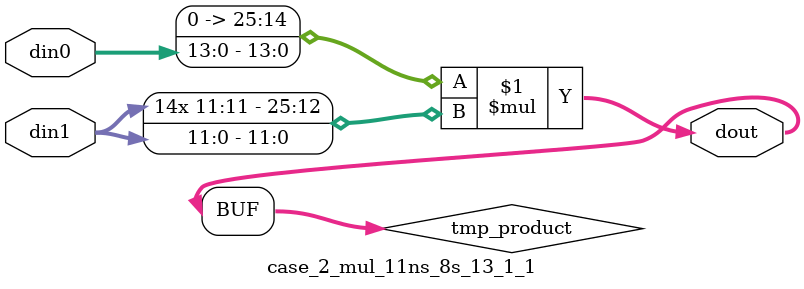
<source format=v>

`timescale 1 ns / 1 ps

 (* use_dsp = "no" *)  module case_2_mul_11ns_8s_13_1_1(din0, din1, dout);
parameter ID = 1;
parameter NUM_STAGE = 0;
parameter din0_WIDTH = 14;
parameter din1_WIDTH = 12;
parameter dout_WIDTH = 26;

input [din0_WIDTH - 1 : 0] din0; 
input [din1_WIDTH - 1 : 0] din1; 
output [dout_WIDTH - 1 : 0] dout;

wire signed [dout_WIDTH - 1 : 0] tmp_product;

























assign tmp_product = $signed({1'b0, din0}) * $signed(din1);










assign dout = tmp_product;





















endmodule

</source>
